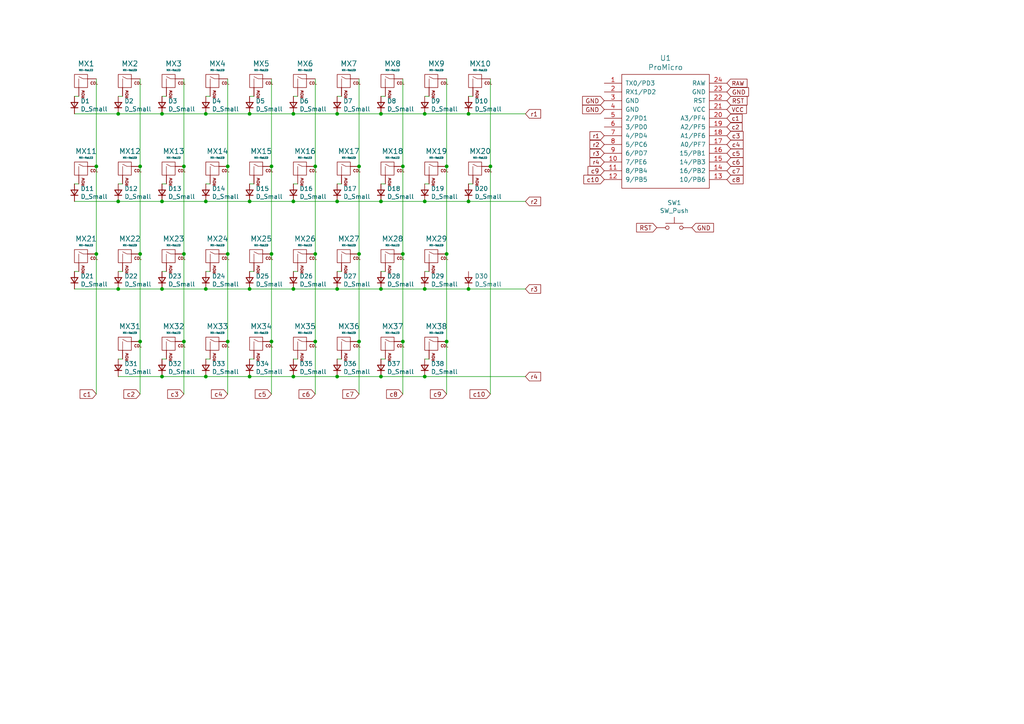
<source format=kicad_sch>
(kicad_sch (version 20211123) (generator eeschema)
  (paper "A4")
  (lib_symbols
    (symbol "Device:D_Small" (pin_numbers hide) (pin_names (offset 0.254) hide)
      (property "Reference" "D" (at -1.27 2.032 0))
      (property "Value" "D_Small" (at -3.81 -2.032 0))
      (symbol "D_Small_0_1"
        (polyline (pts (xy -0.762 -1.016) (xy -0.762 1.016)) (stroke (width 0.254)))
        (polyline (pts (xy -0.762 0) (xy 0.762 0)))
        (polyline (pts (xy 0.762 -1.016) (xy -0.762 0) (xy 0.762 1.016) (xy 0.762 -1.016)) (stroke (width 0.254)))
      )
      (symbol "D_Small_1_1"
        (pin passive line (at -2.54 0 0) (length 1.778) (name "K") (number "1"))
        (pin passive line (at 2.54 0 180) (length 1.778) (name "A") (number "2"))
      )
    )
    (symbol "MX_Alps_Hybrid:MX-NoLED" (pin_names (offset 1.016))
      (property "Reference" "MX" (at -0.635 3.81 0))
      (property "Value" "MX-NoLED" (at -0.635 1.27 0))
      (symbol "MX-NoLED_0_0"
        (rectangle (start -2.54 2.54) (end 1.27 -1.27))
        (polyline (pts (xy -1.27 -1.27) (xy -1.27 1.27)) (stroke (width 0.127)))
        (polyline (pts (xy 1.27 1.27) (xy 0 1.27) (xy -1.27 1.905)) (stroke (width 0.127)))
        (text "COL" (at 3.175 0 0) (effects (font (size 0.762 0.762))))
        (text "ROW" (at 0 -1.905 900) (effects (font (size 0.762 0.762)) (justify right)))
      )
      (symbol "MX-NoLED_1_1"
        (pin passive line (at 3.81 1.27 180) (length 2.54) (name "COL") (number "1"))
        (pin passive line (at -1.27 -3.81 90) (length 2.54) (name "ROW") (number "2"))
      )
    )
    (symbol "Switch:SW_Push" (pin_numbers hide) (pin_names (offset 1.016) hide)
      (property "Reference" "SW" (at 1.27 2.54 0))
      (property "Value" "SW_Push" (at 0 -1.524 0))
      (symbol "SW_Push_0_1"
        (circle (center -2.032 0) (radius 0.508))
        (polyline (pts (xy 0 1.27) (xy 0 3.048)))
        (polyline (pts (xy 2.54 1.27) (xy -2.54 1.27)))
        (circle (center 2.032 0) (radius 0.508))
        (pin passive line (at -5.08 0 0) (length 2.54) (name "1") (number "1"))
        (pin passive line (at 5.08 0 180) (length 2.54) (name "2") (number "2"))
      )
    )
    (symbol "keebio:ProMicro" (pin_names (offset 1.016))
      (property "Reference" "U" (at 0 0 0))
      (property "Value" "ProMicro" (at 0 -19.05 0))
      (symbol "ProMicro_0_1"
        (rectangle (start -12.7 -16.51) (end 12.7 16.51))
      )
      (symbol "ProMicro_1_1"
        (pin input line (at -17.78 13.97 0) (length 5.08) (name "TX0/PD3") (number "1"))
        (pin input line (at -17.78 -8.89 0) (length 5.08) (name "7/PE6") (number "10"))
        (pin input line (at -17.78 -11.43 0) (length 5.08) (name "8/PB4") (number "11"))
        (pin input line (at -17.78 -13.97 0) (length 5.08) (name "9/PB5") (number "12"))
        (pin input line (at 17.78 -13.97 180) (length 5.08) (name "10/PB6") (number "13"))
        (pin input line (at 17.78 -11.43 180) (length 5.08) (name "16/PB2") (number "14"))
        (pin input line (at 17.78 -8.89 180) (length 5.08) (name "14/PB3") (number "15"))
        (pin input line (at 17.78 -6.35 180) (length 5.08) (name "15/PB1") (number "16"))
        (pin input line (at 17.78 -3.81 180) (length 5.08) (name "A0/PF7") (number "17"))
        (pin input line (at 17.78 -1.27 180) (length 5.08) (name "A1/PF6") (number "18"))
        (pin input line (at 17.78 1.27 180) (length 5.08) (name "A2/PF5") (number "19"))
        (pin input line (at -17.78 11.43 0) (length 5.08) (name "RX1/PD2") (number "2"))
        (pin input line (at 17.78 3.81 180) (length 5.08) (name "A3/PF4") (number "20"))
        (pin input line (at 17.78 6.35 180) (length 5.08) (name "VCC") (number "21"))
        (pin input line (at 17.78 8.89 180) (length 5.08) (name "RST") (number "22"))
        (pin input line (at 17.78 11.43 180) (length 5.08) (name "GND") (number "23"))
        (pin input line (at 17.78 13.97 180) (length 5.08) (name "RAW") (number "24"))
        (pin input line (at -17.78 8.89 0) (length 5.08) (name "GND") (number "3"))
        (pin input line (at -17.78 6.35 0) (length 5.08) (name "GND") (number "4"))
        (pin input line (at -17.78 3.81 0) (length 5.08) (name "2/PD1") (number "5"))
        (pin input line (at -17.78 1.27 0) (length 5.08) (name "3/PD0") (number "6"))
        (pin input line (at -17.78 -1.27 0) (length 5.08) (name "4/PD4") (number "7"))
        (pin input line (at -17.78 -3.81 0) (length 5.08) (name "5/PC6") (number "8"))
        (pin input line (at -17.78 -6.35 0) (length 5.08) (name "6/PD7") (number "9"))
      )
    )
  )
  (junction (at 97.79 109.22))
  (junction (at 46.99 83.82))
  (junction (at 66.04 73.66))
  (junction (at 142.24 48.26))
  (junction (at 116.84 99.06))
  (junction (at 110.49 83.82))
  (junction (at 123.19 33.02))
  (junction (at 34.29 58.42))
  (junction (at 53.34 99.06))
  (junction (at 46.99 33.02))
  (junction (at 72.39 109.22))
  (junction (at 85.09 83.82))
  (junction (at 59.69 83.82))
  (junction (at 110.49 109.22))
  (junction (at 85.09 109.22))
  (junction (at 110.49 33.02))
  (junction (at 34.29 33.02))
  (junction (at 46.99 58.42))
  (junction (at 129.54 73.66))
  (junction (at 116.84 48.26))
  (junction (at 78.74 73.66))
  (junction (at 116.84 73.66))
  (junction (at 135.89 83.82))
  (junction (at 97.79 83.82))
  (junction (at 78.74 48.26))
  (junction (at 40.64 73.66))
  (junction (at 135.89 33.02))
  (junction (at 91.44 48.26))
  (junction (at 110.49 58.42))
  (junction (at 97.79 58.42))
  (junction (at 27.94 48.26))
  (junction (at 59.69 109.22))
  (junction (at 91.44 73.66))
  (junction (at 27.94 73.66))
  (junction (at 66.04 99.06))
  (junction (at 123.19 83.82))
  (junction (at 104.14 48.26))
  (junction (at 72.39 58.42))
  (junction (at 66.04 48.26))
  (junction (at 53.34 73.66))
  (junction (at 104.14 73.66))
  (junction (at 59.69 33.02))
  (junction (at 85.09 33.02))
  (junction (at 135.89 58.42))
  (junction (at 97.79 33.02))
  (junction (at 40.64 99.06))
  (junction (at 72.39 33.02))
  (junction (at 72.39 83.82))
  (junction (at 59.69 58.42))
  (junction (at 129.54 48.26))
  (junction (at 91.44 99.06))
  (junction (at 46.99 109.22))
  (junction (at 78.74 99.06))
  (junction (at 34.29 83.82))
  (junction (at 129.54 99.06))
  (junction (at 53.34 48.26))
  (junction (at 40.64 48.26))
  (junction (at 104.14 99.06))
  (junction (at 123.19 58.42))
  (junction (at 123.19 109.22))
  (junction (at 85.09 58.42))
  (wire (pts (xy 91.44 73.66) (xy 91.44 99.06)))
  (wire (pts (xy 85.09 33.02) (xy 97.79 33.02)))
  (wire (pts (xy 40.64 99.06) (xy 40.64 114.3)))
  (wire (pts (xy 34.29 27.94) (xy 35.56 27.94)))
  (wire (pts (xy 97.79 27.94) (xy 99.06 27.94)))
  (wire (pts (xy 34.29 83.82) (xy 46.99 83.82)))
  (wire (pts (xy 27.94 48.26) (xy 27.94 73.66)))
  (wire (pts (xy 85.09 104.14) (xy 86.36 104.14)))
  (wire (pts (xy 59.69 53.34) (xy 60.96 53.34)))
  (wire (pts (xy 53.34 99.06) (xy 53.34 114.3)))
  (wire (pts (xy 110.49 33.02) (xy 123.19 33.02)))
  (wire (pts (xy 135.89 27.94) (xy 137.16 27.94)))
  (wire (pts (xy 46.99 78.74) (xy 48.26 78.74)))
  (wire (pts (xy 72.39 109.22) (xy 85.09 109.22)))
  (wire (pts (xy 110.49 78.74) (xy 111.76 78.74)))
  (wire (pts (xy 85.09 53.34) (xy 86.36 53.34)))
  (wire (pts (xy 34.29 58.42) (xy 46.99 58.42)))
  (wire (pts (xy 129.54 48.26) (xy 129.54 73.66)))
  (wire (pts (xy 72.39 58.42) (xy 85.09 58.42)))
  (wire (pts (xy 110.49 53.34) (xy 111.76 53.34)))
  (wire (pts (xy 66.04 22.86) (xy 66.04 48.26)))
  (wire (pts (xy 72.39 27.94) (xy 73.66 27.94)))
  (wire (pts (xy 116.84 99.06) (xy 116.84 114.3)))
  (wire (pts (xy 142.24 22.86) (xy 142.24 48.26)))
  (wire (pts (xy 91.44 99.06) (xy 91.44 114.3)))
  (wire (pts (xy 97.79 104.14) (xy 99.06 104.14)))
  (wire (pts (xy 27.94 73.66) (xy 27.94 114.3)))
  (wire (pts (xy 27.94 22.86) (xy 27.94 48.26)))
  (wire (pts (xy 34.29 104.14) (xy 35.56 104.14)))
  (wire (pts (xy 123.19 58.42) (xy 135.89 58.42)))
  (wire (pts (xy 135.89 58.42) (xy 152.4 58.42)))
  (wire (pts (xy 91.44 48.26) (xy 91.44 73.66)))
  (wire (pts (xy 142.24 48.26) (xy 142.24 114.3)))
  (wire (pts (xy 46.99 27.94) (xy 48.26 27.94)))
  (wire (pts (xy 135.89 53.34) (xy 137.16 53.34)))
  (wire (pts (xy 46.99 53.34) (xy 48.26 53.34)))
  (wire (pts (xy 116.84 73.66) (xy 116.84 99.06)))
  (wire (pts (xy 85.09 27.94) (xy 86.36 27.94)))
  (wire (pts (xy 59.69 109.22) (xy 72.39 109.22)))
  (wire (pts (xy 104.14 22.86) (xy 104.14 48.26)))
  (wire (pts (xy 34.29 53.34) (xy 35.56 53.34)))
  (wire (pts (xy 129.54 22.86) (xy 129.54 48.26)))
  (wire (pts (xy 129.54 99.06) (xy 129.54 114.3)))
  (wire (pts (xy 53.34 73.66) (xy 53.34 99.06)))
  (wire (pts (xy 123.19 109.22) (xy 152.4 109.22)))
  (wire (pts (xy 78.74 99.06) (xy 78.74 114.3)))
  (wire (pts (xy 123.19 104.14) (xy 124.46 104.14)))
  (wire (pts (xy 21.59 53.34) (xy 22.86 53.34)))
  (wire (pts (xy 21.59 33.02) (xy 34.29 33.02)))
  (wire (pts (xy 53.34 22.86) (xy 53.34 48.26)))
  (wire (pts (xy 135.89 83.82) (xy 152.4 83.82)))
  (wire (pts (xy 46.99 33.02) (xy 59.69 33.02)))
  (wire (pts (xy 59.69 78.74) (xy 60.96 78.74)))
  (wire (pts (xy 97.79 109.22) (xy 110.49 109.22)))
  (wire (pts (xy 110.49 83.82) (xy 123.19 83.82)))
  (wire (pts (xy 59.69 58.42) (xy 72.39 58.42)))
  (wire (pts (xy 59.69 33.02) (xy 72.39 33.02)))
  (wire (pts (xy 78.74 48.26) (xy 78.74 73.66)))
  (wire (pts (xy 72.39 104.14) (xy 73.66 104.14)))
  (wire (pts (xy 46.99 104.14) (xy 48.26 104.14)))
  (wire (pts (xy 21.59 83.82) (xy 34.29 83.82)))
  (wire (pts (xy 110.49 104.14) (xy 111.76 104.14)))
  (wire (pts (xy 104.14 48.26) (xy 104.14 73.66)))
  (wire (pts (xy 46.99 109.22) (xy 59.69 109.22)))
  (wire (pts (xy 116.84 22.86) (xy 116.84 48.26)))
  (wire (pts (xy 59.69 27.94) (xy 60.96 27.94)))
  (wire (pts (xy 40.64 22.86) (xy 40.64 48.26)))
  (wire (pts (xy 72.39 53.34) (xy 73.66 53.34)))
  (wire (pts (xy 129.54 73.66) (xy 129.54 99.06)))
  (wire (pts (xy 72.39 78.74) (xy 73.66 78.74)))
  (wire (pts (xy 66.04 48.26) (xy 66.04 73.66)))
  (wire (pts (xy 110.49 58.42) (xy 123.19 58.42)))
  (wire (pts (xy 110.49 27.94) (xy 111.76 27.94)))
  (wire (pts (xy 21.59 27.94) (xy 22.86 27.94)))
  (wire (pts (xy 72.39 83.82) (xy 85.09 83.82)))
  (wire (pts (xy 46.99 58.42) (xy 59.69 58.42)))
  (wire (pts (xy 97.79 53.34) (xy 99.06 53.34)))
  (wire (pts (xy 66.04 99.06) (xy 66.04 114.3)))
  (wire (pts (xy 97.79 33.02) (xy 110.49 33.02)))
  (wire (pts (xy 123.19 53.34) (xy 124.46 53.34)))
  (wire (pts (xy 110.49 109.22) (xy 123.19 109.22)))
  (wire (pts (xy 104.14 99.06) (xy 104.14 114.3)))
  (wire (pts (xy 91.44 22.86) (xy 91.44 48.26)))
  (wire (pts (xy 59.69 83.82) (xy 72.39 83.82)))
  (wire (pts (xy 123.19 78.74) (xy 124.46 78.74)))
  (wire (pts (xy 85.09 58.42) (xy 97.79 58.42)))
  (wire (pts (xy 21.59 58.42) (xy 34.29 58.42)))
  (wire (pts (xy 116.84 48.26) (xy 116.84 73.66)))
  (wire (pts (xy 46.99 83.82) (xy 59.69 83.82)))
  (wire (pts (xy 123.19 27.94) (xy 124.46 27.94)))
  (wire (pts (xy 66.04 73.66) (xy 66.04 99.06)))
  (wire (pts (xy 123.19 33.02) (xy 135.89 33.02)))
  (wire (pts (xy 97.79 58.42) (xy 110.49 58.42)))
  (wire (pts (xy 34.29 78.74) (xy 35.56 78.74)))
  (wire (pts (xy 59.69 104.14) (xy 60.96 104.14)))
  (wire (pts (xy 40.64 48.26) (xy 40.64 73.66)))
  (wire (pts (xy 34.29 33.02) (xy 46.99 33.02)))
  (wire (pts (xy 78.74 73.66) (xy 78.74 99.06)))
  (wire (pts (xy 40.64 73.66) (xy 40.64 99.06)))
  (wire (pts (xy 135.89 33.02) (xy 152.4 33.02)))
  (wire (pts (xy 21.59 78.74) (xy 22.86 78.74)))
  (wire (pts (xy 78.74 22.86) (xy 78.74 48.26)))
  (wire (pts (xy 123.19 83.82) (xy 135.89 83.82)))
  (wire (pts (xy 104.14 73.66) (xy 104.14 99.06)))
  (wire (pts (xy 97.79 78.74) (xy 99.06 78.74)))
  (wire (pts (xy 85.09 78.74) (xy 86.36 78.74)))
  (wire (pts (xy 97.79 83.82) (xy 110.49 83.82)))
  (wire (pts (xy 72.39 33.02) (xy 85.09 33.02)))
  (wire (pts (xy 85.09 83.82) (xy 97.79 83.82)))
  (wire (pts (xy 53.34 48.26) (xy 53.34 73.66)))
  (wire (pts (xy 34.29 109.22) (xy 46.99 109.22)))
  (wire (pts (xy 85.09 109.22) (xy 97.79 109.22)))
  (global_label "c1" (shape input) (at 27.94 114.3 180) (property "Intersheet References" "${INTERSHEET_REFS}" (effects hide)))
  (global_label "r4" (shape input) (at 175.26 46.99 180) (effects (font (size 1.1938 1.1938))) (property "Intersheet References" "${INTERSHEET_REFS}" (effects hide)))
  (global_label "r3" (shape input) (at 152.4 83.82 0) (property "Intersheet References" "${INTERSHEET_REFS}" (effects hide)))
  (global_label "c8" (shape input) (at 210.82 52.07 0) (property "Intersheet References" "${INTERSHEET_REFS}" (effects hide)))
  (global_label "r1" (shape input) (at 152.4 33.02 0) (property "Intersheet References" "${INTERSHEET_REFS}" (effects hide)))
  (global_label "c2" (shape input) (at 210.82 36.83 0) (effects (font (size 1.1938 1.1938))) (property "Intersheet References" "${INTERSHEET_REFS}" (effects hide)))
  (global_label "c1" (shape input) (at 210.82 34.29 0) (effects (font (size 1.1938 1.1938))) (property "Intersheet References" "${INTERSHEET_REFS}" (effects hide)))
  (global_label "c5" (shape input) (at 210.82 44.45 0) (property "Intersheet References" "${INTERSHEET_REFS}" (effects hide)))
  (global_label "c3" (shape input) (at 210.82 39.37 0) (property "Intersheet References" "${INTERSHEET_REFS}" (effects hide)))
  (global_label "RST" (shape input) (at 210.82 29.21 0) (property "Intersheet References" "${INTERSHEET_REFS}" (effects hide)))
  (global_label "c5" (shape input) (at 78.74 114.3 180) (property "Intersheet References" "${INTERSHEET_REFS}" (effects hide)))
  (global_label "RST" (shape input) (at 190.5 66.04 180) (property "Intersheet References" "${INTERSHEET_REFS}" (effects hide)))
  (global_label "RAW" (shape input) (at 210.82 24.13 0) (effects (font (size 1.1938 1.1938))) (property "Intersheet References" "${INTERSHEET_REFS}" (effects hide)))
  (global_label "c3" (shape input) (at 53.34 114.3 180) (property "Intersheet References" "${INTERSHEET_REFS}" (effects hide)))
  (global_label "VCC" (shape input) (at 210.82 31.75 0) (effects (font (size 1.1938 1.1938))) (property "Intersheet References" "${INTERSHEET_REFS}" (effects hide)))
  (global_label "r2" (shape input) (at 152.4 58.42 0) (property "Intersheet References" "${INTERSHEET_REFS}" (effects hide)))
  (global_label "c8" (shape input) (at 116.84 114.3 180) (property "Intersheet References" "${INTERSHEET_REFS}" (effects hide)))
  (global_label "c10" (shape input) (at 142.24 114.3 180) (property "Intersheet References" "${INTERSHEET_REFS}" (effects hide)))
  (global_label "c4" (shape input) (at 66.04 114.3 180) (property "Intersheet References" "${INTERSHEET_REFS}" (effects hide)))
  (global_label "c6" (shape input) (at 91.44 114.3 180) (property "Intersheet References" "${INTERSHEET_REFS}" (effects hide)))
  (global_label "c2" (shape input) (at 40.64 114.3 180) (property "Intersheet References" "${INTERSHEET_REFS}" (effects hide)))
  (global_label "r4" (shape input) (at 152.4 109.22 0) (property "Intersheet References" "${INTERSHEET_REFS}" (effects hide)))
  (global_label "c7" (shape input) (at 210.82 49.53 0) (property "Intersheet References" "${INTERSHEET_REFS}" (effects hide)))
  (global_label "GND" (shape input) (at 200.66 66.04 0) (property "Intersheet References" "${INTERSHEET_REFS}" (effects hide)))
  (global_label "c9" (shape input) (at 129.54 114.3 180) (property "Intersheet References" "${INTERSHEET_REFS}" (effects hide)))
  (global_label "c9" (shape input) (at 175.26 49.53 180) (property "Intersheet References" "${INTERSHEET_REFS}" (effects hide)))
  (global_label "GND" (shape input) (at 210.82 26.67 0) (property "Intersheet References" "${INTERSHEET_REFS}" (effects hide)))
  (global_label "c7" (shape input) (at 104.14 114.3 180) (property "Intersheet References" "${INTERSHEET_REFS}" (effects hide)))
  (global_label "c6" (shape input) (at 210.82 46.99 0) (property "Intersheet References" "${INTERSHEET_REFS}" (effects hide)))
  (global_label "GND" (shape input) (at 175.26 31.75 180) (property "Intersheet References" "${INTERSHEET_REFS}" (effects hide)))
  (global_label "c10" (shape input) (at 175.26 52.07 180) (property "Intersheet References" "${INTERSHEET_REFS}" (effects hide)))
  (global_label "r1" (shape input) (at 175.26 39.37 180) (effects (font (size 1.1938 1.1938))) (property "Intersheet References" "${INTERSHEET_REFS}" (effects hide)))
  (global_label "r3" (shape input) (at 175.26 44.45 180) (effects (font (size 1.1938 1.1938))) (property "Intersheet References" "${INTERSHEET_REFS}" (effects hide)))
  (global_label "r2" (shape input) (at 175.26 41.91 180) (effects (font (size 1.1938 1.1938))) (property "Intersheet References" "${INTERSHEET_REFS}" (effects hide)))
  (global_label "c4" (shape input) (at 210.82 41.91 0) (property "Intersheet References" "${INTERSHEET_REFS}" (effects hide)))
  (global_label "GND" (shape input) (at 175.26 29.21 180) (property "Intersheet References" "${INTERSHEET_REFS}" (effects hide)))
  (symbol (lib_id "MX_Alps_Hybrid:MX-NoLED") (at 24.13 24.13 0) (unit 1)
    (property "Reference" "MX1" (at 24.9682 18.4658 0) (effects (font (size 1.524 1.524))))
    (property "Value" "MX-NoLED" (at 24.9682 20.3454 0) (effects (font (size 0.508 0.508))))
    (property "Footprint" "MX_Only:MXOnly-1U-NoLED" (effects hide))
  )
  (symbol (lib_id "Device:D_Small") (at 21.59 30.48 90) (unit 1)
    (property "Reference" "D1" (at 23.368 29.3116 90) (effects (justify right)))
    (property "Value" "D_Small" (at 23.368 31.623 90) (effects (justify right)))
    (property "Footprint" "Keebio-Parts:D_SOD123" (effects hide))
  )
  (symbol (lib_id "MX_Alps_Hybrid:MX-NoLED") (at 36.83 24.13 0) (unit 1)
    (property "Reference" "MX2" (at 37.6682 18.4658 0) (effects (font (size 1.524 1.524))))
    (property "Value" "MX-NoLED" (at 37.6682 20.3454 0) (effects (font (size 0.508 0.508))))
    (property "Footprint" "MX_Only:MXOnly-1U-NoLED" (effects hide))
  )
  (symbol (lib_id "Device:D_Small") (at 34.29 30.48 90) (unit 1)
    (property "Reference" "D2" (at 36.068 29.3116 90) (effects (justify right)))
    (property "Value" "D_Small" (at 36.068 31.623 90) (effects (justify right)))
    (property "Footprint" "Keebio-Parts:D_SOD123" (effects hide))
  )
  (symbol (lib_id "MX_Alps_Hybrid:MX-NoLED") (at 49.53 24.13 0) (unit 1)
    (property "Reference" "MX3" (at 50.3682 18.4658 0) (effects (font (size 1.524 1.524))))
    (property "Value" "MX-NoLED" (at 50.3682 20.3454 0) (effects (font (size 0.508 0.508))))
    (property "Footprint" "MX_Only:MXOnly-1U-NoLED" (effects hide))
  )
  (symbol (lib_id "Device:D_Small") (at 46.99 30.48 90) (unit 1)
    (property "Reference" "D3" (at 48.768 29.3116 90) (effects (justify right)))
    (property "Value" "D_Small" (at 48.768 31.623 90) (effects (justify right)))
    (property "Footprint" "Keebio-Parts:D_SOD123" (effects hide))
  )
  (symbol (lib_id "MX_Alps_Hybrid:MX-NoLED") (at 62.23 24.13 0) (unit 1)
    (property "Reference" "MX4" (at 63.0682 18.4658 0) (effects (font (size 1.524 1.524))))
    (property "Value" "MX-NoLED" (at 63.0682 20.3454 0) (effects (font (size 0.508 0.508))))
    (property "Footprint" "MX_Only:MXOnly-1U-NoLED" (effects hide))
  )
  (symbol (lib_id "Device:D_Small") (at 59.69 30.48 90) (unit 1)
    (property "Reference" "D4" (at 61.468 29.3116 90) (effects (justify right)))
    (property "Value" "D_Small" (at 61.468 31.623 90) (effects (justify right)))
    (property "Footprint" "Keebio-Parts:D_SOD123" (effects hide))
  )
  (symbol (lib_id "MX_Alps_Hybrid:MX-NoLED") (at 74.93 24.13 0) (unit 1)
    (property "Reference" "MX5" (at 75.7682 18.4658 0) (effects (font (size 1.524 1.524))))
    (property "Value" "MX-NoLED" (at 75.7682 20.3454 0) (effects (font (size 0.508 0.508))))
    (property "Footprint" "MX_Only:MXOnly-1U-NoLED" (effects hide))
  )
  (symbol (lib_id "Device:D_Small") (at 72.39 30.48 90) (unit 1)
    (property "Reference" "D5" (at 74.168 29.3116 90) (effects (justify right)))
    (property "Value" "D_Small" (at 74.168 31.623 90) (effects (justify right)))
    (property "Footprint" "Keebio-Parts:D_SOD123" (effects hide))
  )
  (symbol (lib_id "MX_Alps_Hybrid:MX-NoLED") (at 87.63 24.13 0) (unit 1)
    (property "Reference" "MX6" (at 88.4682 18.4658 0) (effects (font (size 1.524 1.524))))
    (property "Value" "MX-NoLED" (at 88.4682 20.3454 0) (effects (font (size 0.508 0.508))))
    (property "Footprint" "MX_Only:MXOnly-1U-NoLED" (effects hide))
  )
  (symbol (lib_id "Device:D_Small") (at 85.09 30.48 90) (unit 1)
    (property "Reference" "D6" (at 86.868 29.3116 90) (effects (justify right)))
    (property "Value" "D_Small" (at 86.868 31.623 90) (effects (justify right)))
    (property "Footprint" "Keebio-Parts:D_SOD123" (effects hide))
  )
  (symbol (lib_id "MX_Alps_Hybrid:MX-NoLED") (at 100.33 24.13 0) (unit 1)
    (property "Reference" "MX7" (at 101.1682 18.4658 0) (effects (font (size 1.524 1.524))))
    (property "Value" "MX-NoLED" (at 101.1682 20.3454 0) (effects (font (size 0.508 0.508))))
    (property "Footprint" "MX_Only:MXOnly-1U-NoLED" (effects hide))
  )
  (symbol (lib_id "Device:D_Small") (at 97.79 30.48 90) (unit 1)
    (property "Reference" "D7" (at 99.568 29.3116 90) (effects (justify right)))
    (property "Value" "D_Small" (at 99.568 31.623 90) (effects (justify right)))
    (property "Footprint" "Keebio-Parts:D_SOD123" (effects hide))
  )
  (symbol (lib_id "MX_Alps_Hybrid:MX-NoLED") (at 113.03 24.13 0) (unit 1)
    (property "Reference" "MX8" (at 113.8682 18.4658 0) (effects (font (size 1.524 1.524))))
    (property "Value" "MX-NoLED" (at 113.8682 20.3454 0) (effects (font (size 0.508 0.508))))
    (property "Footprint" "MX_Only:MXOnly-1U-NoLED" (effects hide))
  )
  (symbol (lib_id "Device:D_Small") (at 110.49 30.48 90) (unit 1)
    (property "Reference" "D8" (at 112.268 29.3116 90) (effects (justify right)))
    (property "Value" "D_Small" (at 112.268 31.623 90) (effects (justify right)))
    (property "Footprint" "Keebio-Parts:D_SOD123" (effects hide))
  )
  (symbol (lib_id "MX_Alps_Hybrid:MX-NoLED") (at 125.73 24.13 0) (unit 1)
    (property "Reference" "MX9" (at 126.5682 18.4658 0) (effects (font (size 1.524 1.524))))
    (property "Value" "MX-NoLED" (at 126.5682 20.3454 0) (effects (font (size 0.508 0.508))))
    (property "Footprint" "MX_Only:MXOnly-1U-NoLED" (effects hide))
  )
  (symbol (lib_id "Device:D_Small") (at 123.19 30.48 90) (unit 1)
    (property "Reference" "D9" (at 124.968 29.3116 90) (effects (justify right)))
    (property "Value" "D_Small" (at 124.968 31.623 90) (effects (justify right)))
    (property "Footprint" "Keebio-Parts:D_SOD123" (effects hide))
  )
  (symbol (lib_id "MX_Alps_Hybrid:MX-NoLED") (at 138.43 24.13 0) (unit 1)
    (property "Reference" "MX10" (at 139.2682 18.4658 0) (effects (font (size 1.524 1.524))))
    (property "Value" "MX-NoLED" (at 139.2682 20.3454 0) (effects (font (size 0.508 0.508))))
    (property "Footprint" "MX_Only:MXOnly-1.25U-NoLED" (effects hide))
  )
  (symbol (lib_id "Device:D_Small") (at 135.89 30.48 90) (unit 1)
    (property "Reference" "D10" (at 137.668 29.3116 90) (effects (justify right)))
    (property "Value" "D_Small" (at 137.668 31.623 90) (effects (justify right)))
    (property "Footprint" "Keebio-Parts:D_SOD123" (effects hide))
  )
  (symbol (lib_id "MX_Alps_Hybrid:MX-NoLED") (at 24.13 49.53 0) (unit 1)
    (property "Reference" "MX11" (at 24.9682 43.8658 0) (effects (font (size 1.524 1.524))))
    (property "Value" "MX-NoLED" (at 24.9682 45.7454 0) (effects (font (size 0.508 0.508))))
    (property "Footprint" "MX_Only:MXOnly-1.25U-NoLED" (effects hide))
  )
  (symbol (lib_id "Device:D_Small") (at 21.59 55.88 90) (unit 1)
    (property "Reference" "D11" (at 23.368 54.7116 90) (effects (justify right)))
    (property "Value" "D_Small" (at 23.368 57.023 90) (effects (justify right)))
    (property "Footprint" "Keebio-Parts:D_SOD123" (effects hide))
  )
  (symbol (lib_id "MX_Alps_Hybrid:MX-NoLED") (at 36.83 49.53 0) (unit 1)
    (property "Reference" "MX12" (at 37.6682 43.8658 0) (effects (font (size 1.524 1.524))))
    (property "Value" "MX-NoLED" (at 37.6682 45.7454 0) (effects (font (size 0.508 0.508))))
    (property "Footprint" "MX_Only:MXOnly-1U-NoLED" (effects hide))
  )
  (symbol (lib_id "Device:D_Small") (at 34.29 55.88 90) (unit 1)
    (property "Reference" "D12" (at 36.068 54.7116 90) (effects (justify right)))
    (property "Value" "D_Small" (at 36.068 57.023 90) (effects (justify right)))
    (property "Footprint" "Keebio-Parts:D_SOD123" (effects hide))
  )
  (symbol (lib_id "MX_Alps_Hybrid:MX-NoLED") (at 49.53 49.53 0) (unit 1)
    (property "Reference" "MX13" (at 50.3682 43.8658 0) (effects (font (size 1.524 1.524))))
    (property "Value" "MX-NoLED" (at 50.3682 45.7454 0) (effects (font (size 0.508 0.508))))
    (property "Footprint" "MX_Only:MXOnly-1U-NoLED" (effects hide))
  )
  (symbol (lib_id "Device:D_Small") (at 46.99 55.88 90) (unit 1)
    (property "Reference" "D13" (at 48.768 54.7116 90) (effects (justify right)))
    (property "Value" "D_Small" (at 48.768 57.023 90) (effects (justify right)))
    (property "Footprint" "Keebio-Parts:D_SOD123" (effects hide))
  )
  (symbol (lib_id "MX_Alps_Hybrid:MX-NoLED") (at 62.23 49.53 0) (unit 1)
    (property "Reference" "MX14" (at 63.0682 43.8658 0) (effects (font (size 1.524 1.524))))
    (property "Value" "MX-NoLED" (at 63.0682 45.7454 0) (effects (font (size 0.508 0.508))))
    (property "Footprint" "MX_Only:MXOnly-1U-NoLED" (effects hide))
  )
  (symbol (lib_id "Device:D_Small") (at 59.69 55.88 90) (unit 1)
    (property "Reference" "D14" (at 61.468 54.7116 90) (effects (justify right)))
    (property "Value" "D_Small" (at 61.468 57.023 90) (effects (justify right)))
    (property "Footprint" "Keebio-Parts:D_SOD123" (effects hide))
  )
  (symbol (lib_id "MX_Alps_Hybrid:MX-NoLED") (at 74.93 49.53 0) (unit 1)
    (property "Reference" "MX15" (at 75.7682 43.8658 0) (effects (font (size 1.524 1.524))))
    (property "Value" "MX-NoLED" (at 75.7682 45.7454 0) (effects (font (size 0.508 0.508))))
    (property "Footprint" "MX_Only:MXOnly-1U-NoLED" (effects hide))
  )
  (symbol (lib_id "Device:D_Small") (at 72.39 55.88 90) (unit 1)
    (property "Reference" "D15" (at 74.168 54.7116 90) (effects (justify right)))
    (property "Value" "D_Small" (at 74.168 57.023 90) (effects (justify right)))
    (property "Footprint" "Keebio-Parts:D_SOD123" (effects hide))
  )
  (symbol (lib_id "MX_Alps_Hybrid:MX-NoLED") (at 87.63 49.53 0) (unit 1)
    (property "Reference" "MX16" (at 88.4682 43.8658 0) (effects (font (size 1.524 1.524))))
    (property "Value" "MX-NoLED" (at 88.4682 45.7454 0) (effects (font (size 0.508 0.508))))
    (property "Footprint" "MX_Only:MXOnly-1U-NoLED" (effects hide))
  )
  (symbol (lib_id "Device:D_Small") (at 85.09 55.88 90) (unit 1)
    (property "Reference" "D16" (at 86.868 54.7116 90) (effects (justify right)))
    (property "Value" "D_Small" (at 86.868 57.023 90) (effects (justify right)))
    (property "Footprint" "Keebio-Parts:D_SOD123" (effects hide))
  )
  (symbol (lib_id "MX_Alps_Hybrid:MX-NoLED") (at 100.33 49.53 0) (unit 1)
    (property "Reference" "MX17" (at 101.1682 43.8658 0) (effects (font (size 1.524 1.524))))
    (property "Value" "MX-NoLED" (at 101.1682 45.7454 0) (effects (font (size 0.508 0.508))))
    (property "Footprint" "MX_Only:MXOnly-1U-NoLED" (effects hide))
  )
  (symbol (lib_id "Device:D_Small") (at 97.79 55.88 90) (unit 1)
    (property "Reference" "D17" (at 99.568 54.7116 90) (effects (justify right)))
    (property "Value" "D_Small" (at 99.568 57.023 90) (effects (justify right)))
    (property "Footprint" "Keebio-Parts:D_SOD123" (effects hide))
  )
  (symbol (lib_id "MX_Alps_Hybrid:MX-NoLED") (at 113.03 49.53 0) (unit 1)
    (property "Reference" "MX18" (at 113.8682 43.8658 0) (effects (font (size 1.524 1.524))))
    (property "Value" "MX-NoLED" (at 113.8682 45.7454 0) (effects (font (size 0.508 0.508))))
    (property "Footprint" "MX_Only:MXOnly-1U-NoLED" (effects hide))
  )
  (symbol (lib_id "Device:D_Small") (at 110.49 55.88 90) (unit 1)
    (property "Reference" "D18" (at 112.268 54.7116 90) (effects (justify right)))
    (property "Value" "D_Small" (at 112.268 57.023 90) (effects (justify right)))
    (property "Footprint" "Keebio-Parts:D_SOD123" (effects hide))
  )
  (symbol (lib_id "MX_Alps_Hybrid:MX-NoLED") (at 125.73 49.53 0) (unit 1)
    (property "Reference" "MX19" (at 126.5682 43.8658 0) (effects (font (size 1.524 1.524))))
    (property "Value" "MX-NoLED" (at 126.5682 45.7454 0) (effects (font (size 0.508 0.508))))
    (property "Footprint" "MX_Only:MXOnly-1U-NoLED" (effects hide))
  )
  (symbol (lib_id "Device:D_Small") (at 123.19 55.88 90) (unit 1)
    (property "Reference" "D19" (at 124.968 54.7116 90) (effects (justify right)))
    (property "Value" "D_Small" (at 124.968 57.023 90) (effects (justify right)))
    (property "Footprint" "Keebio-Parts:D_SOD123" (effects hide))
  )
  (symbol (lib_id "MX_Alps_Hybrid:MX-NoLED") (at 138.43 49.53 0) (unit 1)
    (property "Reference" "MX20" (at 139.2682 43.8658 0) (effects (font (size 1.524 1.524))))
    (property "Value" "MX-NoLED" (at 139.2682 45.7454 0) (effects (font (size 0.508 0.508))))
    (property "Footprint" "MX_Only:MXOnly-1U-NoLED" (effects hide))
  )
  (symbol (lib_id "Device:D_Small") (at 135.89 55.88 90) (unit 1)
    (property "Reference" "D20" (at 137.668 54.7116 90) (effects (justify right)))
    (property "Value" "D_Small" (at 137.668 57.023 90) (effects (justify right)))
    (property "Footprint" "Keebio-Parts:D_SOD123" (effects hide))
  )
  (symbol (lib_id "MX_Alps_Hybrid:MX-NoLED") (at 24.13 74.93 0) (unit 1)
    (property "Reference" "MX21" (at 24.9682 69.2658 0) (effects (font (size 1.524 1.524))))
    (property "Value" "MX-NoLED" (at 24.9682 71.1454 0) (effects (font (size 0.508 0.508))))
    (property "Footprint" "MX_Only:MXOnly-1.75U-NoLED" (effects hide))
  )
  (symbol (lib_id "Device:D_Small") (at 21.59 81.28 90) (unit 1)
    (property "Reference" "D21" (at 23.368 80.1116 90) (effects (justify right)))
    (property "Value" "D_Small" (at 23.368 82.423 90) (effects (justify right)))
    (property "Footprint" "Keebio-Parts:D_SOD123" (effects hide))
  )
  (symbol (lib_id "MX_Alps_Hybrid:MX-NoLED") (at 36.83 74.93 0) (unit 1)
    (property "Reference" "MX22" (at 37.6682 69.2658 0) (effects (font (size 1.524 1.524))))
    (property "Value" "MX-NoLED" (at 37.6682 71.1454 0) (effects (font (size 0.508 0.508))))
    (property "Footprint" "MX_Only:MXOnly-1U-NoLED" (effects hide))
  )
  (symbol (lib_id "Device:D_Small") (at 34.29 81.28 90) (unit 1)
    (property "Reference" "D22" (at 36.068 80.1116 90) (effects (justify right)))
    (property "Value" "D_Small" (at 36.068 82.423 90) (effects (justify right)))
    (property "Footprint" "Keebio-Parts:D_SOD123" (effects hide))
  )
  (symbol (lib_id "MX_Alps_Hybrid:MX-NoLED") (at 49.53 74.93 0) (unit 1)
    (property "Reference" "MX23" (at 50.3682 69.2658 0) (effects (font (size 1.524 1.524))))
    (property "Value" "MX-NoLED" (at 50.3682 71.1454 0) (effects (font (size 0.508 0.508))))
    (property "Footprint" "MX_Only:MXOnly-1U-NoLED" (effects hide))
  )
  (symbol (lib_id "Device:D_Small") (at 46.99 81.28 90) (unit 1)
    (property "Reference" "D23" (at 48.768 80.1116 90) (effects (justify right)))
    (property "Value" "D_Small" (at 48.768 82.423 90) (effects (justify right)))
    (property "Footprint" "Keebio-Parts:D_SOD123" (effects hide))
  )
  (symbol (lib_id "MX_Alps_Hybrid:MX-NoLED") (at 62.23 74.93 0) (unit 1)
    (property "Reference" "MX24" (at 63.0682 69.2658 0) (effects (font (size 1.524 1.524))))
    (property "Value" "MX-NoLED" (at 63.0682 71.1454 0) (effects (font (size 0.508 0.508))))
    (property "Footprint" "MX_Only:MXOnly-1U-NoLED" (effects hide))
  )
  (symbol (lib_id "Device:D_Small") (at 59.69 81.28 90) (unit 1)
    (property "Reference" "D24" (at 61.468 80.1116 90) (effects (justify right)))
    (property "Value" "D_Small" (at 61.468 82.423 90) (effects (justify right)))
    (property "Footprint" "Keebio-Parts:D_SOD123" (effects hide))
  )
  (symbol (lib_id "MX_Alps_Hybrid:MX-NoLED") (at 74.93 74.93 0) (unit 1)
    (property "Reference" "MX25" (at 75.7682 69.2658 0) (effects (font (size 1.524 1.524))))
    (property "Value" "MX-NoLED" (at 75.7682 71.1454 0) (effects (font (size 0.508 0.508))))
    (property "Footprint" "MX_Only:MXOnly-1U-NoLED" (effects hide))
  )
  (symbol (lib_id "Device:D_Small") (at 72.39 81.28 90) (unit 1)
    (property "Reference" "D25" (at 74.168 80.1116 90) (effects (justify right)))
    (property "Value" "D_Small" (at 74.168 82.423 90) (effects (justify right)))
    (property "Footprint" "Keebio-Parts:D_SOD123" (effects hide))
  )
  (symbol (lib_id "MX_Alps_Hybrid:MX-NoLED") (at 87.63 74.93 0) (unit 1)
    (property "Reference" "MX26" (at 88.4682 69.2658 0) (effects (font (size 1.524 1.524))))
    (property "Value" "MX-NoLED" (at 88.4682 71.1454 0) (effects (font (size 0.508 0.508))))
    (property "Footprint" "MX_Only:MXOnly-1U-NoLED" (effects hide))
  )
  (symbol (lib_id "Device:D_Small") (at 85.09 81.28 90) (unit 1)
    (property "Reference" "D26" (at 86.868 80.1116 90) (effects (justify right)))
    (property "Value" "D_Small" (at 86.868 82.423 90) (effects (justify right)))
    (property "Footprint" "Keebio-Parts:D_SOD123" (effects hide))
  )
  (symbol (lib_id "MX_Alps_Hybrid:MX-NoLED") (at 100.33 74.93 0) (unit 1)
    (property "Reference" "MX27" (at 101.1682 69.2658 0) (effects (font (size 1.524 1.524))))
    (property "Value" "MX-NoLED" (at 101.1682 71.1454 0) (effects (font (size 0.508 0.508))))
    (property "Footprint" "MX_Only:MXOnly-1U-NoLED" (effects hide))
  )
  (symbol (lib_id "Device:D_Small") (at 97.79 81.28 90) (unit 1)
    (property "Reference" "D27" (at 99.568 80.1116 90) (effects (justify right)))
    (property "Value" "D_Small" (at 99.568 82.423 90) (effects (justify right)))
    (property "Footprint" "Keebio-Parts:D_SOD123" (effects hide))
  )
  (symbol (lib_id "MX_Alps_Hybrid:MX-NoLED") (at 113.03 74.93 0) (unit 1)
    (property "Reference" "MX28" (at 113.8682 69.2658 0) (effects (font (size 1.524 1.524))))
    (property "Value" "MX-NoLED" (at 113.8682 71.1454 0) (effects (font (size 0.508 0.508))))
    (property "Footprint" "MX_Only:MXOnly-1U-NoLED" (effects hide))
  )
  (symbol (lib_id "Device:D_Small") (at 110.49 81.28 90) (unit 1)
    (property "Reference" "D28" (at 112.268 80.1116 90) (effects (justify right)))
    (property "Value" "D_Small" (at 112.268 82.423 90) (effects (justify right)))
    (property "Footprint" "Keebio-Parts:D_SOD123" (effects hide))
  )
  (symbol (lib_id "MX_Alps_Hybrid:MX-NoLED") (at 125.73 74.93 0) (unit 1)
    (property "Reference" "MX29" (at 126.5682 69.2658 0) (effects (font (size 1.524 1.524))))
    (property "Value" "MX-NoLED" (at 126.5682 71.1454 0) (effects (font (size 0.508 0.508))))
    (property "Footprint" "MX_Only:MXOnly-1.5U-NoLED" (effects hide))
  )
  (symbol (lib_id "Device:D_Small") (at 123.19 81.28 90) (unit 1)
    (property "Reference" "D29" (at 124.968 80.1116 90) (effects (justify right)))
    (property "Value" "D_Small" (at 124.968 82.423 90) (effects (justify right)))
    (property "Footprint" "Keebio-Parts:D_SOD123" (effects hide))
  )
  (symbol (lib_id "Device:D_Small") (at 135.89 81.28 90) (unit 1)
    (property "Reference" "D30" (at 137.668 80.1116 90) (effects (justify right)))
    (property "Value" "D_Small" (at 137.668 82.423 90) (effects (justify right)))
    (property "Footprint" "Keebio-Parts:D_SOD123" (effects hide))
  )
  (symbol (lib_id "MX_Alps_Hybrid:MX-NoLED") (at 36.83 100.33 0) (unit 1)
    (property "Reference" "MX31" (at 37.6682 94.6658 0) (effects (font (size 1.524 1.524))))
    (property "Value" "MX-NoLED" (at 37.6682 96.5454 0) (effects (font (size 0.508 0.508))))
    (property "Footprint" "MX_Only:MXOnly-1.25U-NoLED" (effects hide))
  )
  (symbol (lib_id "Device:D_Small") (at 34.29 106.68 90) (unit 1)
    (property "Reference" "D31" (at 36.068 105.5116 90) (effects (justify right)))
    (property "Value" "D_Small" (at 36.068 107.823 90) (effects (justify right)))
    (property "Footprint" "Keebio-Parts:D_SOD123" (effects hide))
  )
  (symbol (lib_id "Device:D_Small") (at 46.99 106.68 90) (unit 1)
    (property "Reference" "D32" (at 48.768 105.5116 90) (effects (justify right)))
    (property "Value" "D_Small" (at 48.768 107.823 90) (effects (justify right)))
    (property "Footprint" "Keebio-Parts:D_SOD123" (effects hide))
  )
  (symbol (lib_id "MX_Alps_Hybrid:MX-NoLED") (at 62.23 100.33 0) (unit 1)
    (property "Reference" "MX33" (at 63.0682 94.6658 0) (effects (font (size 1.524 1.524))))
    (property "Value" "MX-NoLED" (at 63.0682 96.5454 0) (effects (font (size 0.508 0.508))))
    (property "Footprint" "MX_Only:MXOnly-1.25U-NoLED" (effects hide))
  )
  (symbol (lib_id "Device:D_Small") (at 59.69 106.68 90) (unit 1)
    (property "Reference" "D33" (at 61.468 105.5116 90) (effects (justify right)))
    (property "Value" "D_Small" (at 61.468 107.823 90) (effects (justify right)))
    (property "Footprint" "Keebio-Parts:D_SOD123" (effects hide))
  )
  (symbol (lib_id "MX_Alps_Hybrid:MX-NoLED") (at 74.93 100.33 0) (unit 1)
    (property "Reference" "MX34" (at 75.7682 94.6658 0) (effects (font (size 1.524 1.524))))
    (property "Value" "MX-NoLED" (at 75.7682 96.5454 0) (effects (font (size 0.508 0.508))))
    (property "Footprint" "MX_Only:MXOnly-1.75U-NoLED" (effects hide))
  )
  (symbol (lib_id "Device:D_Small") (at 72.39 106.68 90) (unit 1)
    (property "Reference" "D34" (at 74.168 105.5116 90) (effects (justify right)))
    (property "Value" "D_Small" (at 74.168 107.823 90) (effects (justify right)))
    (property "Footprint" "Keebio-Parts:D_SOD123" (effects hide))
  )
  (symbol (lib_id "MX_Alps_Hybrid:MX-NoLED") (at 87.63 100.33 0) (unit 1)
    (property "Reference" "MX35" (at 88.4682 94.6658 0) (effects (font (size 1.524 1.524))))
    (property "Value" "MX-NoLED" (at 88.4682 96.5454 0) (effects (font (size 0.508 0.508))))
    (property "Footprint" "MX_Only:MXOnly-1.75U-NoLED" (effects hide))
  )
  (symbol (lib_id "Device:D_Small") (at 85.09 106.68 90) (unit 1)
    (property "Reference" "D35" (at 86.868 105.5116 90) (effects (justify right)))
    (property "Value" "D_Small" (at 86.868 107.823 90) (effects (justify right)))
    (property "Footprint" "Keebio-Parts:D_SOD123" (effects hide))
  )
  (symbol (lib_id "MX_Alps_Hybrid:MX-NoLED") (at 100.33 100.33 0) (unit 1)
    (property "Reference" "MX36" (at 101.1682 94.6658 0) (effects (font (size 1.524 1.524))))
    (property "Value" "MX-NoLED" (at 101.1682 96.5454 0) (effects (font (size 0.508 0.508))))
    (property "Footprint" "MX_Only:MXOnly-1U-NoLED" (effects hide))
  )
  (symbol (lib_id "Device:D_Small") (at 97.79 106.68 90) (unit 1)
    (property "Reference" "D36" (at 99.568 105.5116 90) (effects (justify right)))
    (property "Value" "D_Small" (at 99.568 107.823 90) (effects (justify right)))
    (property "Footprint" "Keebio-Parts:D_SOD123" (effects hide))
  )
  (symbol (lib_id "MX_Alps_Hybrid:MX-NoLED") (at 113.03 100.33 0) (unit 1)
    (property "Reference" "MX37" (at 113.8682 94.6658 0) (effects (font (size 1.524 1.524))))
    (property "Value" "MX-NoLED" (at 113.8682 96.5454 0) (effects (font (size 0.508 0.508))))
    (property "Footprint" "MX_Only:MXOnly-1.25U-NoLED" (effects hide))
  )
  (symbol (lib_id "Device:D_Small") (at 110.49 106.68 90) (unit 1)
    (property "Reference" "D37" (at 112.268 105.5116 90) (effects (justify right)))
    (property "Value" "D_Small" (at 112.268 107.823 90) (effects (justify right)))
    (property "Footprint" "Keebio-Parts:D_SOD123" (effects hide))
  )
  (symbol (lib_id "MX_Alps_Hybrid:MX-NoLED") (at 125.73 100.33 0) (unit 1)
    (property "Reference" "MX38" (at 126.5682 94.6658 0) (effects (font (size 1.524 1.524))))
    (property "Value" "MX-NoLED" (at 126.5682 96.5454 0) (effects (font (size 0.508 0.508))))
    (property "Footprint" "MX_Only:MXOnly-1U-NoLED" (effects hide))
  )
  (symbol (lib_id "Device:D_Small") (at 123.19 106.68 90) (unit 1)
    (property "Reference" "D38" (at 124.968 105.5116 90) (effects (justify right)))
    (property "Value" "D_Small" (at 124.968 107.823 90) (effects (justify right)))
    (property "Footprint" "Keebio-Parts:D_SOD123" (effects hide))
  )
  (symbol (lib_id "keebio:ProMicro") (at 193.04 38.1 0) (unit 1)
    (property "Reference" "U1" (at 193.04 16.8402 0) (effects (font (size 1.524 1.524))))
    (property "Value" "ProMicro" (at 193.04 19.5326 0) (effects (font (size 1.524 1.524))))
    (property "Footprint" "Keebio-Parts:ArduinoProMicro" (effects hide))
  )
  (symbol (lib_id "Switch:SW_Push") (at 195.58 66.04 0) (unit 1)
    (property "Reference" "SW1" (at 195.58 58.801 0))
    (property "Value" "SW_Push" (at 195.58 61.1124 0))
    (property "Footprint" "Button_Switch_SMD:SW_SPST_SKQG_WithStem" (effects hide))
  )
  (symbol (lib_id "MX_Alps_Hybrid:MX-NoLED") (at 49.53 100.33 0) (unit 1)
    (property "Reference" "MX32" (at 50.3682 94.6658 0) (effects (font (size 1.524 1.524))))
    (property "Value" "MX-NoLED" (at 50.3682 96.5454 0) (effects (font (size 0.508 0.508))))
    (property "Footprint" "MX_Only:MXOnly-1U-NoLED" (effects hide))
  )
)
</source>
